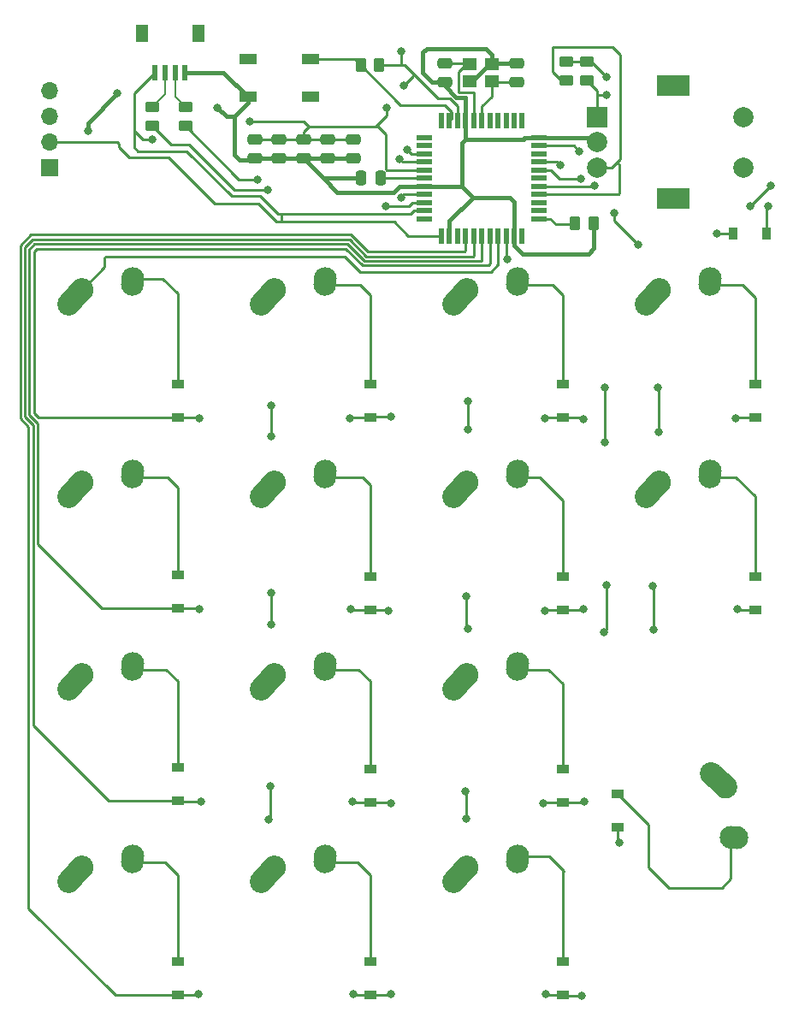
<source format=gbr>
G04 #@! TF.GenerationSoftware,KiCad,Pcbnew,(6.0.10)*
G04 #@! TF.CreationDate,2023-08-04T22:21:03-04:00*
G04 #@! TF.ProjectId,NugMacro-Keypad,4e75674d-6163-4726-9f2d-4b6579706164,rev?*
G04 #@! TF.SameCoordinates,Original*
G04 #@! TF.FileFunction,Copper,L2,Bot*
G04 #@! TF.FilePolarity,Positive*
%FSLAX46Y46*%
G04 Gerber Fmt 4.6, Leading zero omitted, Abs format (unit mm)*
G04 Created by KiCad (PCBNEW (6.0.10)) date 2023-08-04 22:21:03*
%MOMM*%
%LPD*%
G01*
G04 APERTURE LIST*
G04 Aperture macros list*
%AMRoundRect*
0 Rectangle with rounded corners*
0 $1 Rounding radius*
0 $2 $3 $4 $5 $6 $7 $8 $9 X,Y pos of 4 corners*
0 Add a 4 corners polygon primitive as box body*
4,1,4,$2,$3,$4,$5,$6,$7,$8,$9,$2,$3,0*
0 Add four circle primitives for the rounded corners*
1,1,$1+$1,$2,$3*
1,1,$1+$1,$4,$5*
1,1,$1+$1,$6,$7*
1,1,$1+$1,$8,$9*
0 Add four rect primitives between the rounded corners*
20,1,$1+$1,$2,$3,$4,$5,0*
20,1,$1+$1,$4,$5,$6,$7,0*
20,1,$1+$1,$6,$7,$8,$9,0*
20,1,$1+$1,$8,$9,$2,$3,0*%
%AMHorizOval*
0 Thick line with rounded ends*
0 $1 width*
0 $2 $3 position (X,Y) of the first rounded end (center of the circle)*
0 $4 $5 position (X,Y) of the second rounded end (center of the circle)*
0 Add line between two ends*
20,1,$1,$2,$3,$4,$5,0*
0 Add two circle primitives to create the rounded ends*
1,1,$1,$2,$3*
1,1,$1,$4,$5*%
G04 Aperture macros list end*
G04 #@! TA.AperFunction,SMDPad,CuDef*
%ADD10R,0.550000X1.500000*%
G04 #@! TD*
G04 #@! TA.AperFunction,SMDPad,CuDef*
%ADD11R,1.500000X0.550000*%
G04 #@! TD*
G04 #@! TA.AperFunction,ComponentPad*
%ADD12HorizOval,2.250000X0.020000X0.290000X-0.020000X-0.290000X0*%
G04 #@! TD*
G04 #@! TA.AperFunction,ComponentPad*
%ADD13C,2.250000*%
G04 #@! TD*
G04 #@! TA.AperFunction,ComponentPad*
%ADD14HorizOval,2.250000X0.655001X0.730000X-0.655001X-0.730000X0*%
G04 #@! TD*
G04 #@! TA.AperFunction,ComponentPad*
%ADD15C,2.000000*%
G04 #@! TD*
G04 #@! TA.AperFunction,ComponentPad*
%ADD16R,3.200000X2.000000*%
G04 #@! TD*
G04 #@! TA.AperFunction,ComponentPad*
%ADD17R,2.000000X2.000000*%
G04 #@! TD*
G04 #@! TA.AperFunction,ComponentPad*
%ADD18HorizOval,2.250000X0.290000X-0.020000X-0.290000X0.020000X0*%
G04 #@! TD*
G04 #@! TA.AperFunction,ComponentPad*
%ADD19HorizOval,2.250000X0.730000X-0.655001X-0.730000X0.655001X0*%
G04 #@! TD*
G04 #@! TA.AperFunction,ComponentPad*
%ADD20R,1.700000X1.700000*%
G04 #@! TD*
G04 #@! TA.AperFunction,ComponentPad*
%ADD21O,1.700000X1.700000*%
G04 #@! TD*
G04 #@! TA.AperFunction,SMDPad,CuDef*
%ADD22RoundRect,0.250000X0.450000X-0.262500X0.450000X0.262500X-0.450000X0.262500X-0.450000X-0.262500X0*%
G04 #@! TD*
G04 #@! TA.AperFunction,SMDPad,CuDef*
%ADD23R,1.200000X0.900000*%
G04 #@! TD*
G04 #@! TA.AperFunction,SMDPad,CuDef*
%ADD24RoundRect,0.250000X-0.475000X0.250000X-0.475000X-0.250000X0.475000X-0.250000X0.475000X0.250000X0*%
G04 #@! TD*
G04 #@! TA.AperFunction,SMDPad,CuDef*
%ADD25RoundRect,0.250000X0.262500X0.450000X-0.262500X0.450000X-0.262500X-0.450000X0.262500X-0.450000X0*%
G04 #@! TD*
G04 #@! TA.AperFunction,SMDPad,CuDef*
%ADD26R,0.900000X1.200000*%
G04 #@! TD*
G04 #@! TA.AperFunction,SMDPad,CuDef*
%ADD27R,0.600000X1.550000*%
G04 #@! TD*
G04 #@! TA.AperFunction,SMDPad,CuDef*
%ADD28R,1.200000X1.800000*%
G04 #@! TD*
G04 #@! TA.AperFunction,SMDPad,CuDef*
%ADD29R,1.800000X1.100000*%
G04 #@! TD*
G04 #@! TA.AperFunction,SMDPad,CuDef*
%ADD30RoundRect,0.250000X0.475000X-0.250000X0.475000X0.250000X-0.475000X0.250000X-0.475000X-0.250000X0*%
G04 #@! TD*
G04 #@! TA.AperFunction,SMDPad,CuDef*
%ADD31R,1.400000X1.200000*%
G04 #@! TD*
G04 #@! TA.AperFunction,SMDPad,CuDef*
%ADD32RoundRect,0.250000X0.250000X0.475000X-0.250000X0.475000X-0.250000X-0.475000X0.250000X-0.475000X0*%
G04 #@! TD*
G04 #@! TA.AperFunction,ViaPad*
%ADD33C,0.800000*%
G04 #@! TD*
G04 #@! TA.AperFunction,Conductor*
%ADD34C,0.254000*%
G04 #@! TD*
G04 #@! TA.AperFunction,Conductor*
%ADD35C,0.381000*%
G04 #@! TD*
G04 #@! TA.AperFunction,Conductor*
%ADD36C,0.200000*%
G04 #@! TD*
G04 APERTURE END LIST*
D10*
X60897000Y-75042000D03*
X61697000Y-75042000D03*
X62497000Y-75042000D03*
X63297000Y-75042000D03*
X64097000Y-75042000D03*
X64897000Y-75042000D03*
X65697000Y-75042000D03*
X66497000Y-75042000D03*
X67297000Y-75042000D03*
X68097000Y-75042000D03*
X68897000Y-75042000D03*
D11*
X70597000Y-73342000D03*
X70597000Y-72542000D03*
X70597000Y-71742000D03*
X70597000Y-70942000D03*
X70597000Y-70142000D03*
X70597000Y-69342000D03*
X70597000Y-68542000D03*
X70597000Y-67742000D03*
X70597000Y-66942000D03*
X70597000Y-66142000D03*
X70597000Y-65342000D03*
D10*
X68897000Y-63642000D03*
X68097000Y-63642000D03*
X67297000Y-63642000D03*
X66497000Y-63642000D03*
X65697000Y-63642000D03*
X64897000Y-63642000D03*
X64097000Y-63642000D03*
X63297000Y-63642000D03*
X62497000Y-63642000D03*
X61697000Y-63642000D03*
X60897000Y-63642000D03*
D11*
X59197000Y-65342000D03*
X59197000Y-66142000D03*
X59197000Y-66942000D03*
X59197000Y-67742000D03*
X59197000Y-68542000D03*
X59197000Y-69342000D03*
X59197000Y-70142000D03*
X59197000Y-70942000D03*
X59197000Y-71742000D03*
X59197000Y-72542000D03*
X59197000Y-73342000D03*
D12*
X87483035Y-98628930D03*
D13*
X87503035Y-98338930D03*
X82463035Y-99418930D03*
D14*
X81808036Y-100148930D03*
D12*
X30332965Y-79578930D03*
D13*
X30352965Y-79288930D03*
D14*
X24657966Y-81098930D03*
D13*
X25312965Y-80368930D03*
D12*
X49382935Y-117679030D03*
D13*
X49402935Y-117389030D03*
D14*
X43707936Y-119199030D03*
D13*
X44362935Y-118469030D03*
D12*
X87483035Y-79578930D03*
D13*
X87503035Y-79288930D03*
D14*
X81808036Y-81098930D03*
D13*
X82463035Y-80368930D03*
X49402935Y-136439070D03*
D12*
X49382935Y-136729070D03*
D14*
X43707936Y-138249070D03*
D13*
X44362935Y-137519070D03*
X68453035Y-98338930D03*
D12*
X68433035Y-98628930D03*
D13*
X63413035Y-99418930D03*
D14*
X62758036Y-100148930D03*
D12*
X30332965Y-98628930D03*
D13*
X30352965Y-98338930D03*
X25312965Y-99418930D03*
D14*
X24657966Y-100148930D03*
D13*
X68453035Y-136439070D03*
D12*
X68433035Y-136729070D03*
D13*
X63413035Y-137519070D03*
D14*
X62758036Y-138249070D03*
D13*
X68453035Y-117389030D03*
D12*
X68433035Y-117679030D03*
D14*
X62758036Y-119199030D03*
D13*
X63413035Y-118469030D03*
D15*
X90816000Y-63286000D03*
X90816000Y-68286000D03*
D16*
X83816000Y-71386000D03*
X83816000Y-60186000D03*
D15*
X76316000Y-65786000D03*
X76316000Y-68286000D03*
D17*
X76316000Y-63286000D03*
D13*
X90113450Y-134620000D03*
D18*
X89823450Y-134600000D03*
D13*
X89033450Y-129580000D03*
D19*
X88303450Y-128925001D03*
D12*
X30332965Y-117679030D03*
D13*
X30352965Y-117389030D03*
D14*
X24657966Y-119199030D03*
D13*
X25312965Y-118469030D03*
X30352965Y-136439070D03*
D12*
X30332965Y-136729070D03*
D13*
X25312965Y-137519070D03*
D14*
X24657966Y-138249070D03*
D20*
X22113181Y-68297935D03*
D21*
X22113181Y-65757935D03*
X22113181Y-63217935D03*
X22113181Y-60677935D03*
D12*
X49382935Y-98628930D03*
D13*
X49402935Y-98338930D03*
D14*
X43707936Y-100148930D03*
D13*
X44362935Y-99418930D03*
D12*
X49382935Y-79578930D03*
D13*
X49402935Y-79288930D03*
X44362935Y-80368930D03*
D14*
X43707936Y-81098930D03*
D12*
X68433035Y-79578930D03*
D13*
X68453035Y-79288930D03*
X63413035Y-80368930D03*
D14*
X62758036Y-81098930D03*
D22*
X35560000Y-64158500D03*
X35560000Y-62333500D03*
D23*
X34812700Y-130936000D03*
X34812700Y-127636000D03*
X34812965Y-150169070D03*
X34812965Y-146869070D03*
D24*
X44831000Y-65471000D03*
X44831000Y-67371000D03*
D23*
X53862600Y-150168670D03*
X53862600Y-146868670D03*
D25*
X74144500Y-73787000D03*
X75969500Y-73787000D03*
D22*
X32258000Y-64158500D03*
X32258000Y-62333500D03*
D23*
X78359000Y-133576000D03*
X78359000Y-130276000D03*
D26*
X89790000Y-74803000D03*
X93090000Y-74803000D03*
D27*
X35536000Y-58877000D03*
X34536000Y-58877000D03*
X33536000Y-58877000D03*
X32536000Y-58877000D03*
D28*
X36836000Y-55002000D03*
X31236000Y-55002000D03*
D24*
X42418000Y-67371000D03*
X42418000Y-65471000D03*
D22*
X73279000Y-59641000D03*
X73279000Y-57816000D03*
D23*
X91963035Y-112068930D03*
X91963035Y-108768930D03*
X72912600Y-112068530D03*
X72912600Y-108768530D03*
D25*
X54760500Y-58166000D03*
X52935500Y-58166000D03*
D29*
X47931000Y-61286000D03*
X41731000Y-57586000D03*
X47931000Y-57586000D03*
X41731000Y-61286000D03*
D23*
X53862600Y-112068530D03*
X53862600Y-108768530D03*
D30*
X68326000Y-59878000D03*
X68326000Y-57978000D03*
D23*
X72912600Y-150168670D03*
X72912600Y-146868670D03*
D31*
X65870000Y-59778000D03*
X63670000Y-59778000D03*
X63670000Y-58078000D03*
X65870000Y-58078000D03*
D24*
X61214000Y-57978000D03*
X61214000Y-59878000D03*
D23*
X72913035Y-93018930D03*
X72913035Y-89718930D03*
X72912600Y-131118630D03*
X72912600Y-127818630D03*
X53862935Y-93018930D03*
X53862935Y-89718930D03*
X34812965Y-93018930D03*
X34812965Y-89718930D03*
D32*
X54859000Y-69342000D03*
X52959000Y-69342000D03*
D24*
X47244000Y-67371000D03*
X47244000Y-65471000D03*
D23*
X34812700Y-111886000D03*
X34812700Y-108586000D03*
X53862935Y-131119030D03*
X53862935Y-127819030D03*
D24*
X52197000Y-65471000D03*
X52197000Y-67371000D03*
D22*
X75311000Y-57816000D03*
X75311000Y-59641000D03*
D24*
X49657000Y-65471000D03*
X49657000Y-67371000D03*
D23*
X91962600Y-93018530D03*
X91962600Y-89718530D03*
D33*
X56896000Y-56769000D03*
X57150000Y-60198000D03*
X55499000Y-62357000D03*
X32258000Y-65532000D03*
X41910000Y-63754000D03*
X28829000Y-60960000D03*
X38735000Y-62357000D03*
X25908000Y-64643000D03*
X67437000Y-77343000D03*
X77978000Y-72771000D03*
X74676000Y-69415500D03*
X80391000Y-75946000D03*
X72644000Y-68072000D03*
X55372000Y-72136000D03*
X43688000Y-70485000D03*
X56896000Y-71247000D03*
X42672000Y-69469000D03*
X57531000Y-66548000D03*
X56769000Y-67437000D03*
X77216000Y-61087000D03*
X76073000Y-70104000D03*
X74549000Y-66675000D03*
X77216000Y-59309000D03*
X93472000Y-70104000D03*
X91440000Y-72136000D03*
X82296000Y-90043000D03*
X82423000Y-94488000D03*
X81788000Y-109728000D03*
X81915000Y-114046000D03*
X63500000Y-91440000D03*
X63500000Y-94234000D03*
X63500000Y-113919000D03*
X63373000Y-110744000D03*
X63246000Y-130048000D03*
X63373000Y-132715000D03*
X43815000Y-132842000D03*
X43942000Y-129540000D03*
X44069000Y-113538000D03*
X44069000Y-110363000D03*
X44069000Y-94869000D03*
X44069000Y-91821000D03*
X77216000Y-109601000D03*
X77089000Y-90043000D03*
X77089000Y-95504000D03*
X88138000Y-74803000D03*
X76962000Y-114300000D03*
X75057000Y-131064000D03*
X93218000Y-72136000D03*
X51816000Y-93091000D03*
X36957000Y-93091000D03*
X55880000Y-92964000D03*
X71120000Y-93091000D03*
X74930000Y-93218000D03*
X90043000Y-93091000D03*
X51943000Y-112014000D03*
X36957000Y-112014000D03*
X71120000Y-112141000D03*
X55626000Y-112141000D03*
X90170000Y-112014000D03*
X74930000Y-112014000D03*
X36830000Y-150114000D03*
X52197000Y-150114000D03*
X55880000Y-150114000D03*
X71247000Y-150114000D03*
X74803000Y-150241000D03*
X78486000Y-135128000D03*
X37084000Y-131064000D03*
X52070000Y-131064000D03*
X55880000Y-131191000D03*
X70993000Y-131191000D03*
D34*
X56896000Y-58166000D02*
X56896000Y-56769000D01*
X56896000Y-58166000D02*
X57277000Y-58166000D01*
X54760500Y-58166000D02*
X56896000Y-58166000D01*
X58102500Y-59245500D02*
X58102500Y-58991500D01*
X57150000Y-60198000D02*
X58102500Y-59245500D01*
X58102500Y-58991500D02*
X60579000Y-61468000D01*
X57277000Y-58166000D02*
X58102500Y-58991500D01*
X55499000Y-63119000D02*
X55499000Y-62357000D01*
X54356000Y-64262000D02*
X55499000Y-63119000D01*
X54356000Y-64262000D02*
X54610000Y-64262000D01*
X47752000Y-64262000D02*
X54356000Y-64262000D01*
D35*
X69151000Y-65342000D02*
X70597000Y-65342000D01*
X69012000Y-65481000D02*
X69151000Y-65342000D01*
X63297000Y-65481000D02*
X69012000Y-65481000D01*
X62903000Y-65875000D02*
X63297000Y-65481000D01*
X62903000Y-70142000D02*
X62903000Y-65875000D01*
X63297000Y-65481000D02*
X63297000Y-63642000D01*
X67691000Y-71247000D02*
X68097000Y-71653000D01*
X68097000Y-71653000D02*
X68097000Y-75042000D01*
X64008000Y-71247000D02*
X67691000Y-71247000D01*
X62903000Y-70142000D02*
X59197000Y-70142000D01*
X64008000Y-71247000D02*
X62903000Y-70142000D01*
X61697000Y-73558000D02*
X64008000Y-71247000D01*
X61697000Y-75042000D02*
X61697000Y-73558000D01*
X47244000Y-67371000D02*
X49182000Y-69309000D01*
D34*
X30607000Y-64770000D02*
X31369000Y-65532000D01*
X31369000Y-65532000D02*
X32258000Y-65532000D01*
X30480000Y-64770000D02*
X30607000Y-64770000D01*
X30480000Y-64770000D02*
X30480000Y-60933000D01*
X30480000Y-66294000D02*
X30480000Y-64770000D01*
X47244000Y-63754000D02*
X41910000Y-63754000D01*
X47752000Y-64262000D02*
X47244000Y-63754000D01*
X45085000Y-73533000D02*
X44958000Y-73660000D01*
X45085000Y-72898000D02*
X45085000Y-73533000D01*
X56261000Y-73660000D02*
X44958000Y-73660000D01*
X44958000Y-73660000D02*
X44577000Y-73660000D01*
X45085000Y-72898000D02*
X44704000Y-72898000D01*
X57837000Y-72898000D02*
X45085000Y-72898000D01*
D35*
X25908000Y-63881000D02*
X25908000Y-64643000D01*
X28829000Y-60960000D02*
X25908000Y-63881000D01*
X39624000Y-63246000D02*
X38735000Y-62357000D01*
X40386000Y-63246000D02*
X39624000Y-63246000D01*
X75438000Y-76835000D02*
X75969500Y-76303500D01*
X68961000Y-76835000D02*
X75438000Y-76835000D01*
X68097000Y-75971000D02*
X68961000Y-76835000D01*
X68097000Y-75042000D02*
X68097000Y-75971000D01*
X75969500Y-76303500D02*
X75969500Y-73787000D01*
X49215000Y-69342000D02*
X49182000Y-69309000D01*
X49182000Y-69309000D02*
X50612000Y-70739000D01*
X52959000Y-69342000D02*
X49215000Y-69342000D01*
D34*
X59197000Y-69342000D02*
X54859000Y-69342000D01*
D35*
X56731000Y-70142000D02*
X59197000Y-70142000D01*
X50612000Y-70739000D02*
X56134000Y-70739000D01*
X56134000Y-70739000D02*
X56731000Y-70142000D01*
D34*
X28800935Y-65757935D02*
X22113181Y-65757935D01*
X28956000Y-66294000D02*
X28956000Y-65913000D01*
X29972000Y-67310000D02*
X28956000Y-66294000D01*
X28956000Y-65913000D02*
X28800935Y-65757935D01*
X33909000Y-67310000D02*
X29972000Y-67310000D01*
X38481000Y-71882000D02*
X33909000Y-67310000D01*
X42799000Y-71882000D02*
X38481000Y-71882000D01*
X44577000Y-73660000D02*
X42799000Y-71882000D01*
X57643000Y-75042000D02*
X56261000Y-73660000D01*
X60897000Y-75042000D02*
X57643000Y-75042000D01*
X30480000Y-60933000D02*
X32536000Y-58877000D01*
X30861000Y-66675000D02*
X30480000Y-66294000D01*
X35687000Y-66675000D02*
X30861000Y-66675000D01*
X40132000Y-71120000D02*
X35687000Y-66675000D01*
X42926000Y-71120000D02*
X40132000Y-71120000D01*
X44704000Y-72898000D02*
X42926000Y-71120000D01*
X58193000Y-72542000D02*
X57837000Y-72898000D01*
X59197000Y-72542000D02*
X58193000Y-72542000D01*
D35*
X40894000Y-67564000D02*
X42225000Y-67564000D01*
X40386000Y-67056000D02*
X40894000Y-67564000D01*
X42225000Y-67564000D02*
X42418000Y-67371000D01*
X40386000Y-63246000D02*
X40386000Y-67056000D01*
X41731000Y-61286000D02*
X41731000Y-61901000D01*
X41731000Y-61901000D02*
X40386000Y-63246000D01*
X39322000Y-58877000D02*
X41731000Y-61286000D01*
X35536000Y-58877000D02*
X39322000Y-58877000D01*
D34*
X61722000Y-61468000D02*
X62497000Y-62243000D01*
X62497000Y-62243000D02*
X62497000Y-63642000D01*
X60579000Y-61468000D02*
X61722000Y-61468000D01*
X64097000Y-60833000D02*
X64097000Y-63642000D01*
X62611000Y-60833000D02*
X64097000Y-60833000D01*
X62611000Y-58801000D02*
X62611000Y-60833000D01*
X63334000Y-58078000D02*
X62611000Y-58801000D01*
X63670000Y-58078000D02*
X63334000Y-58078000D01*
D35*
X65647000Y-58078000D02*
X65870000Y-58078000D01*
X63947000Y-59778000D02*
X65647000Y-58078000D01*
X63670000Y-59778000D02*
X63947000Y-59778000D01*
D34*
X64097000Y-77000000D02*
X64097000Y-75042000D01*
X64027000Y-77070000D02*
X64097000Y-77000000D01*
X51811104Y-75419000D02*
X53462104Y-77070000D01*
X19666000Y-76204896D02*
X20451896Y-75419000D01*
X20451896Y-75419000D02*
X51811104Y-75419000D01*
X20501000Y-123498000D02*
X20501000Y-93794106D01*
X27939000Y-130936000D02*
X20501000Y-123498000D01*
X20501000Y-93794106D02*
X19666000Y-92959105D01*
X34812700Y-130936000D02*
X27939000Y-130936000D01*
X19666000Y-92959105D02*
X19666000Y-76204896D01*
X53462104Y-77070000D02*
X64027000Y-77070000D01*
X63297000Y-76540000D02*
X63297000Y-75042000D01*
X63221000Y-76616000D02*
X63297000Y-76540000D01*
X53650156Y-76616000D02*
X63221000Y-76616000D01*
X51964157Y-74930000D02*
X53650156Y-76616000D01*
X19212000Y-76016844D02*
X20298844Y-74930000D01*
X20047000Y-93982159D02*
X19212000Y-93147158D01*
X20047000Y-141586000D02*
X20047000Y-93982159D01*
X28630070Y-150169070D02*
X20047000Y-141586000D01*
X19212000Y-93147158D02*
X19212000Y-76016844D01*
X20298844Y-74930000D02*
X51964157Y-74930000D01*
X34812965Y-150169070D02*
X28630070Y-150169070D01*
X64897000Y-77524000D02*
X64897000Y-75042000D01*
X53274052Y-77524000D02*
X64897000Y-77524000D01*
X51623052Y-75873000D02*
X53274052Y-77524000D01*
X20639948Y-75873000D02*
X51623052Y-75873000D01*
X20120000Y-76392948D02*
X20639948Y-75873000D01*
X20120000Y-92771052D02*
X20120000Y-76392948D01*
X20955000Y-93606053D02*
X20120000Y-92771052D01*
X20955000Y-105537000D02*
X20955000Y-93606053D01*
X27304000Y-111886000D02*
X20955000Y-105537000D01*
X34812700Y-111886000D02*
X27304000Y-111886000D01*
X21009930Y-93018930D02*
X34812965Y-93018930D01*
X20574000Y-76581000D02*
X20574000Y-92583000D01*
X20828000Y-76327000D02*
X20574000Y-76581000D01*
X53086000Y-77978000D02*
X51435000Y-76327000D01*
X20574000Y-92583000D02*
X21009930Y-93018930D01*
X65532000Y-77978000D02*
X53086000Y-77978000D01*
X65697000Y-77813000D02*
X65532000Y-77978000D01*
X51435000Y-76327000D02*
X20828000Y-76327000D01*
X65697000Y-75042000D02*
X65697000Y-77813000D01*
X51308000Y-77089000D02*
X27686000Y-77089000D01*
X52832000Y-78613000D02*
X51308000Y-77089000D01*
X66497000Y-77902000D02*
X65786000Y-78613000D01*
X27559000Y-78122895D02*
X25312965Y-80368930D01*
X27686000Y-77089000D02*
X27559000Y-77216000D01*
X66497000Y-75042000D02*
X66497000Y-77902000D01*
X65786000Y-78613000D02*
X52832000Y-78613000D01*
X27559000Y-77216000D02*
X27559000Y-78122895D01*
X67297000Y-77203000D02*
X67437000Y-77343000D01*
X67297000Y-75042000D02*
X67297000Y-77203000D01*
X72590500Y-69415500D02*
X74676000Y-69415500D01*
X71717000Y-68542000D02*
X72590500Y-69415500D01*
X70597000Y-68542000D02*
X71717000Y-68542000D01*
X77978000Y-73533000D02*
X77978000Y-72771000D01*
X80391000Y-75946000D02*
X77978000Y-73533000D01*
X72314000Y-67742000D02*
X72644000Y-68072000D01*
X70597000Y-67742000D02*
X72314000Y-67742000D01*
X74017500Y-73914000D02*
X74144500Y-73787000D01*
X72263000Y-73914000D02*
X74017500Y-73914000D01*
X71691000Y-73342000D02*
X72263000Y-73914000D01*
X70597000Y-73342000D02*
X71691000Y-73342000D01*
X58052000Y-71742000D02*
X57658000Y-72136000D01*
X59197000Y-71742000D02*
X58052000Y-71742000D01*
X57658000Y-72136000D02*
X55372000Y-72136000D01*
X40386000Y-70485000D02*
X43688000Y-70485000D01*
X35941000Y-66040000D02*
X40386000Y-70485000D01*
X34139500Y-66040000D02*
X35941000Y-66040000D01*
X32258000Y-64158500D02*
X34139500Y-66040000D01*
D35*
X63297000Y-61392000D02*
X63297000Y-63642000D01*
X62366500Y-61350500D02*
X63255500Y-61350500D01*
X61214000Y-60198000D02*
X62366500Y-61350500D01*
X61214000Y-59878000D02*
X61214000Y-60198000D01*
X63255500Y-61350500D02*
X63297000Y-61392000D01*
D34*
X57201000Y-70942000D02*
X56896000Y-71247000D01*
X59197000Y-70942000D02*
X57201000Y-70942000D01*
X40870500Y-69469000D02*
X42672000Y-69469000D01*
X35560000Y-64158500D02*
X40870500Y-69469000D01*
D36*
X34536000Y-61309500D02*
X35560000Y-62333500D01*
X34536000Y-58877000D02*
X34536000Y-61309500D01*
X33536000Y-61055500D02*
X32258000Y-62333500D01*
X33536000Y-58877000D02*
X33536000Y-61055500D01*
D34*
X57925000Y-66942000D02*
X57531000Y-66548000D01*
X59197000Y-66942000D02*
X57925000Y-66942000D01*
X57074000Y-67742000D02*
X56769000Y-67437000D01*
X59197000Y-67742000D02*
X57074000Y-67742000D01*
X55461000Y-68542000D02*
X59197000Y-68542000D01*
X55372000Y-68453000D02*
X55461000Y-68542000D01*
X54610000Y-64262000D02*
X55372000Y-65024000D01*
X55372000Y-65024000D02*
X55372000Y-68453000D01*
X47244000Y-64770000D02*
X47752000Y-64262000D01*
X47244000Y-65471000D02*
X47244000Y-64770000D01*
X77205000Y-61076000D02*
X77216000Y-61087000D01*
X76316000Y-61076000D02*
X77205000Y-61076000D01*
X76316000Y-61076000D02*
X76316000Y-63286000D01*
X76316000Y-60646000D02*
X76316000Y-61076000D01*
X76035000Y-70142000D02*
X76073000Y-70104000D01*
X70597000Y-70142000D02*
X76035000Y-70142000D01*
X78410000Y-70942000D02*
X70597000Y-70942000D01*
X78486000Y-67945000D02*
X78486000Y-70866000D01*
X78295500Y-67754500D02*
X78486000Y-67945000D01*
X78486000Y-70866000D02*
X78410000Y-70942000D01*
X78613000Y-67437000D02*
X78295500Y-67754500D01*
X78295500Y-67754500D02*
X77764000Y-68286000D01*
D35*
X70597000Y-65342000D02*
X75872000Y-65342000D01*
X75872000Y-65342000D02*
X76316000Y-65786000D01*
D34*
X74016000Y-66142000D02*
X74549000Y-66675000D01*
X70597000Y-66142000D02*
X74016000Y-66142000D01*
X75723000Y-57816000D02*
X77216000Y-59309000D01*
X75311000Y-57816000D02*
X75723000Y-57816000D01*
X77851000Y-56388000D02*
X78613000Y-57150000D01*
X77764000Y-68286000D02*
X76316000Y-68286000D01*
X71882000Y-58801000D02*
X71882000Y-56388000D01*
X78613000Y-57150000D02*
X78613000Y-67437000D01*
X72722000Y-59641000D02*
X71882000Y-58801000D01*
X71882000Y-56388000D02*
X77851000Y-56388000D01*
X73279000Y-59641000D02*
X72722000Y-59641000D01*
X75311000Y-59641000D02*
X76316000Y-60646000D01*
X75311000Y-57816000D02*
X73279000Y-57816000D01*
D35*
X42418000Y-67371000D02*
X44831000Y-67371000D01*
X44831000Y-67371000D02*
X47244000Y-67371000D01*
X47244000Y-67371000D02*
X49657000Y-67371000D01*
X52197000Y-67371000D02*
X49657000Y-67371000D01*
D34*
X52197000Y-65471000D02*
X49657000Y-65471000D01*
X49657000Y-65471000D02*
X47244000Y-65471000D01*
X44831000Y-65471000D02*
X47244000Y-65471000D01*
X42418000Y-65471000D02*
X44831000Y-65471000D01*
X61895000Y-63444000D02*
X61697000Y-63642000D01*
X61895000Y-62784000D02*
X61895000Y-63444000D01*
X56872500Y-62103000D02*
X61214000Y-62103000D01*
X52935500Y-58166000D02*
X56872500Y-62103000D01*
X61214000Y-62103000D02*
X61895000Y-62784000D01*
X52355500Y-57586000D02*
X52935500Y-58166000D01*
X47931000Y-57586000D02*
X52355500Y-57586000D01*
X64897000Y-62230000D02*
X64897000Y-63642000D01*
X65870000Y-61257000D02*
X64897000Y-62230000D01*
X65870000Y-59778000D02*
X65870000Y-61257000D01*
D35*
X68326000Y-57978000D02*
X65970000Y-57978000D01*
X65970000Y-57978000D02*
X65870000Y-58078000D01*
X59436000Y-56515000D02*
X65278000Y-56515000D01*
X59055000Y-58928000D02*
X59055000Y-56896000D01*
X65278000Y-56515000D02*
X65870000Y-57107000D01*
X60005000Y-59878000D02*
X59055000Y-58928000D01*
X61214000Y-59878000D02*
X60005000Y-59878000D01*
X59055000Y-56896000D02*
X59436000Y-56515000D01*
X65870000Y-57107000D02*
X65870000Y-58078000D01*
D34*
X63570000Y-57978000D02*
X63670000Y-58078000D01*
X61214000Y-57978000D02*
X63570000Y-57978000D01*
X65970000Y-59878000D02*
X65870000Y-59778000D01*
X68326000Y-59878000D02*
X65970000Y-59878000D01*
X93472000Y-70104000D02*
X91440000Y-72136000D01*
X82423000Y-90170000D02*
X82296000Y-90043000D01*
X82423000Y-94488000D02*
X82423000Y-90170000D01*
X81915000Y-109855000D02*
X81788000Y-109728000D01*
X81915000Y-114046000D02*
X81915000Y-109855000D01*
X63500000Y-94234000D02*
X63500000Y-91440000D01*
X63500000Y-113919000D02*
X63373000Y-113792000D01*
X63373000Y-113792000D02*
X63373000Y-110744000D01*
X63373000Y-130175000D02*
X63246000Y-130048000D01*
X63373000Y-132715000D02*
X63373000Y-130175000D01*
X43942000Y-132715000D02*
X43815000Y-132842000D01*
X43942000Y-129540000D02*
X43942000Y-132715000D01*
X44069000Y-113538000D02*
X44069000Y-110363000D01*
X44069000Y-91821000D02*
X44069000Y-94869000D01*
X88646000Y-139573000D02*
X89533450Y-138685550D01*
X83439000Y-139573000D02*
X88646000Y-139573000D01*
X81407000Y-137541000D02*
X83439000Y-139573000D01*
X89533450Y-138685550D02*
X89533450Y-134580000D01*
X81407000Y-133324000D02*
X81407000Y-137541000D01*
X78359000Y-130276000D02*
X81407000Y-133324000D01*
X91962600Y-81167600D02*
X90663930Y-79868930D01*
X90663930Y-79868930D02*
X87463035Y-79868930D01*
X91962600Y-89718530D02*
X91962600Y-81167600D01*
X33314930Y-79288930D02*
X30352965Y-79288930D01*
X34812965Y-80786965D02*
X33314930Y-79288930D01*
X34812965Y-89718930D02*
X34812965Y-80786965D01*
X53862935Y-80913935D02*
X52817930Y-79868930D01*
X52817930Y-79868930D02*
X49362935Y-79868930D01*
X53862935Y-89718930D02*
X53862935Y-80913935D01*
X71867930Y-79868930D02*
X68413035Y-79868930D01*
X72913035Y-80914035D02*
X71867930Y-79868930D01*
X72913035Y-89718930D02*
X72913035Y-80914035D01*
X90028930Y-98918930D02*
X87463035Y-98918930D01*
X91963035Y-108768930D02*
X91963035Y-100853035D01*
X91963035Y-100853035D02*
X90028930Y-98918930D01*
X70597930Y-98918930D02*
X68413035Y-98918930D01*
X72912600Y-101233600D02*
X70597930Y-98918930D01*
X72912600Y-108768530D02*
X72912600Y-101233600D01*
X53071930Y-98918930D02*
X49362935Y-98918930D01*
X53862600Y-99709600D02*
X53071930Y-98918930D01*
X53862600Y-108768530D02*
X53862600Y-99709600D01*
X34812700Y-99963700D02*
X33767930Y-98918930D01*
X33767930Y-98918930D02*
X30312965Y-98918930D01*
X34812700Y-108586000D02*
X34812700Y-99963700D01*
X33641030Y-117969030D02*
X30312965Y-117969030D01*
X34812700Y-119140700D02*
X33641030Y-117969030D01*
X34812700Y-127636000D02*
X34812700Y-119140700D01*
X52691030Y-117969030D02*
X49362935Y-117969030D01*
X53862935Y-119140935D02*
X52691030Y-117969030D01*
X53862935Y-127819030D02*
X53862935Y-119140935D01*
X71487030Y-117969030D02*
X68413035Y-117969030D01*
X72912600Y-127818630D02*
X72912600Y-119394600D01*
X72912600Y-119394600D02*
X71487030Y-117969030D01*
X71542070Y-136439070D02*
X68453035Y-136439070D01*
X73025000Y-137922000D02*
X71542070Y-136439070D01*
X72912600Y-138034400D02*
X73025000Y-137922000D01*
X72912600Y-146868670D02*
X72912600Y-138034400D01*
X53862600Y-138317600D02*
X52564070Y-137019070D01*
X52564070Y-137019070D02*
X49362935Y-137019070D01*
X53862600Y-146868670D02*
X53862600Y-138317600D01*
X33514070Y-137019070D02*
X30312965Y-137019070D01*
X34812965Y-138317965D02*
X33514070Y-137019070D01*
X34812965Y-146869070D02*
X34812965Y-138317965D01*
X77216000Y-114046000D02*
X76962000Y-114300000D01*
X77216000Y-109601000D02*
X77216000Y-114046000D01*
X77089000Y-90043000D02*
X77089000Y-95504000D01*
X89790000Y-74803000D02*
X88138000Y-74803000D01*
X75002370Y-131118630D02*
X75057000Y-131064000D01*
X72912600Y-131118630D02*
X75002370Y-131118630D01*
X93090000Y-72264000D02*
X93218000Y-72136000D01*
X93090000Y-74803000D02*
X93090000Y-72264000D01*
X36884930Y-93018930D02*
X36957000Y-93091000D01*
X34812965Y-93018930D02*
X36884930Y-93018930D01*
X51888070Y-93018930D02*
X51816000Y-93091000D01*
X53862935Y-93018930D02*
X51888070Y-93018930D01*
X53917865Y-92964000D02*
X53862935Y-93018930D01*
X55880000Y-92964000D02*
X53917865Y-92964000D01*
X71192070Y-93018930D02*
X71120000Y-93091000D01*
X72913035Y-93018930D02*
X71192070Y-93018930D01*
X74730930Y-93018930D02*
X74930000Y-93218000D01*
X72913035Y-93018930D02*
X74730930Y-93018930D01*
X90115470Y-93018530D02*
X90043000Y-93091000D01*
X91962600Y-93018530D02*
X90115470Y-93018530D01*
X36829000Y-111886000D02*
X36957000Y-112014000D01*
X34812700Y-111886000D02*
X36829000Y-111886000D01*
X51997530Y-112068530D02*
X51943000Y-112014000D01*
X53862600Y-112068530D02*
X51997530Y-112068530D01*
X55553530Y-112068530D02*
X55626000Y-112141000D01*
X53862600Y-112068530D02*
X55553530Y-112068530D01*
X72912600Y-112068530D02*
X71192470Y-112068530D01*
X71192470Y-112068530D02*
X71120000Y-112141000D01*
X74875470Y-112068530D02*
X74930000Y-112014000D01*
X72912600Y-112068530D02*
X74875470Y-112068530D01*
X90224930Y-112068930D02*
X90170000Y-112014000D01*
X91963035Y-112068930D02*
X90224930Y-112068930D01*
X36774930Y-150169070D02*
X36830000Y-150114000D01*
X34812965Y-150169070D02*
X36774930Y-150169070D01*
X52251670Y-150168670D02*
X52197000Y-150114000D01*
X53862600Y-150168670D02*
X52251670Y-150168670D01*
X55825330Y-150168670D02*
X55880000Y-150114000D01*
X53862600Y-150168670D02*
X55825330Y-150168670D01*
X71301670Y-150168670D02*
X71247000Y-150114000D01*
X72912600Y-150168670D02*
X71301670Y-150168670D01*
X72984930Y-150241000D02*
X72912600Y-150168670D01*
X74803000Y-150241000D02*
X72984930Y-150241000D01*
X78359000Y-135001000D02*
X78486000Y-135128000D01*
X78359000Y-133576000D02*
X78359000Y-135001000D01*
X37084000Y-131064000D02*
X34940700Y-131064000D01*
X52125030Y-131119030D02*
X52070000Y-131064000D01*
X34940700Y-131064000D02*
X34812700Y-130936000D01*
X53862935Y-131119030D02*
X52125030Y-131119030D01*
X55808030Y-131119030D02*
X55880000Y-131191000D01*
X53862935Y-131119030D02*
X55808030Y-131119030D01*
X72912600Y-131118630D02*
X71065370Y-131118630D01*
X71065370Y-131118630D02*
X70993000Y-131191000D01*
D35*
X64129000Y-57746000D02*
X64129000Y-57951000D01*
X63956000Y-57919000D02*
X64129000Y-57746000D01*
M02*

</source>
